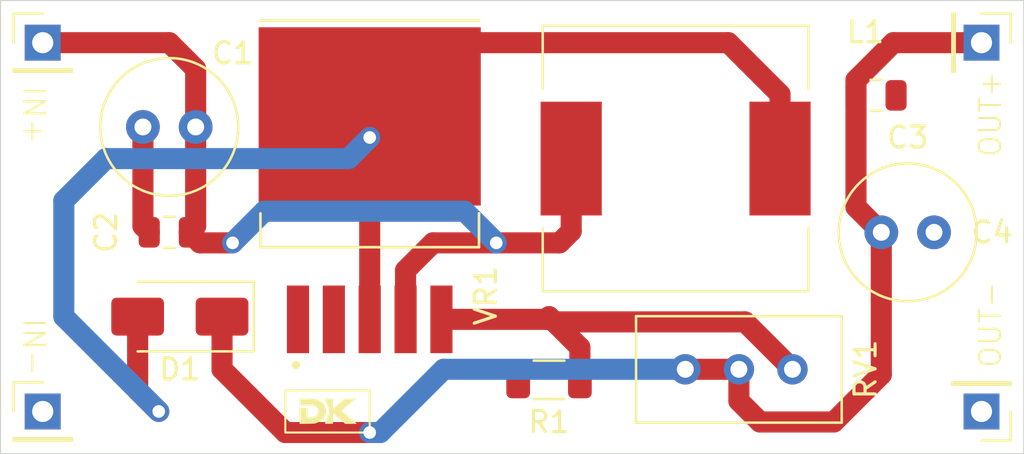
<source format=kicad_pcb>
(kicad_pcb (version 20241229) (generator "pcbnew") (generator_version "9.0")
  (layers (0 "F.Cu" signal) (2 "B.Cu" signal) (13 "F.Paste" user) (15 "B.Paste" user) (5 "F.SilkS" user "F.Silkscreen") (7 "B.SilkS" user "B.Silkscreen") (1 "F.Mask" user) (3 "B.Mask" user) (25 "Edge.Cuts" user))
  (net 0 "")
  (net 1 "Net-(J2-Pin_1)")
  (net 2 "GND")
  (net 3 "Net-(D1-K)")
  (net 4 "Net-(D1-A)")
  (net 5 "Net-(VR1-FB)")
  (footprint "Resistor_SMD:R_1206_3216Metric" (layer "F.Cu") (at 126.5 87.5 180)
    (property "Reference" "R1" (at 0 -2 0) (layer "F.SilkS"))
    (property "Value" "1k" (hide yes))
    (fp_line (start -0.727064 0.91) (end 0.727064 0.91) (stroke (width 0.12)) (layer "F.SilkS"))
    (fp_line (start -0.727064 -0.91) (end 0.727064 -0.91) (stroke (width 0.12)) (layer "F.SilkS"))
    (pad "1" smd roundrect (at -1.4625 0 180) (size 1.125 1.75) (layers "F.Cu" "F.Mask" "F.Paste") (roundrect_rratio 0.222222) (net 5 "Net-(VR1-FB)"))
    (pad "2" smd roundrect (at 1.4625 0 180) (size 1.125 1.75) (layers "F.Cu" "F.Mask" "F.Paste") (roundrect_rratio 0.222222) (net 2 "GND"))
  )
  (footprint "Inductor_SMD:L_12x12mm_H8mm" (layer "F.Cu") (at 132.5 77)
    (property "Reference" "L1" (at 9 -6 0) (layer "F.SilkS"))
    (property "Value" "33uH" (hide yes))
    (fp_line (start -6.3 -6.3) (end 6.3 -6.3) (stroke (width 0.12)) (layer "F.SilkS"))
    (fp_line (start -6.3 -3.3) (end -6.3 -6.3) (stroke (width 0.12)) (layer "F.SilkS"))
    (fp_line (start -6.3 6.3) (end -6.3 3.3) (stroke (width 0.12)) (layer "F.SilkS"))
    (fp_line (start 6.3 -6.3) (end 6.3 -3.3) (stroke (width 0.12)) (layer "F.SilkS"))
    (fp_line (start 6.3 3.3) (end 6.3 6.3) (stroke (width 0.12)) (layer "F.SilkS"))
    (fp_line (start 6.3 6.3) (end -6.3 6.3) (stroke (width 0.12)) (layer "F.SilkS"))
    (pad "1" smd rect (at -4.95 0) (size 2.9 5.4) (layers "F.Cu" "F.Mask" "F.Paste") (net 1 "Net-(J2-Pin_1)"))
    (pad "2" smd rect (at 4.95 0) (size 2.9 5.4) (layers "F.Cu" "F.Mask" "F.Paste") (net 4 "Net-(D1-A)"))
  )
  (footprint "LOGO" (layer "F.Cu") (at 116 89)
    (property "Reference" "G***" (hide yes))
    (property "Value" "LOGO" (hide yes))
    (fp_poly (pts (xy -1.026702 -0.608193) (xy -0.92638 -0.607846) (xy -0.842588 -0.606804) (xy -0.773573 -0.605006) (xy -0.717583 -0.602393) (xy -0.672867 -0.598903) (xy -0.64026 -0.59488) (xy -0.522346 -0.569497) (xy -0.416331 -0.531326) (xy -0.322751 -0.480716) (xy -0.242144 -0.418017) (xy -0.17505 -0.343579) (xy -0.122444 -0.258622) (xy -0.086898 -0.168538) (xy -0.068666 -0.07554) (xy -0.067409 0.018492) (xy -0.082787 0.111681) (xy -0.114461 0.202149) (xy -0.162089 0.288016) (xy -0.225333 0.367405) (xy -0.23809 0.380602) (xy -0.275143 0.416097) (xy -0.308837 0.443438) (xy -0.345573 0.467159) (xy -0.39175 0.491791) (xy -0.402915 0.497341) (xy -0.445175 0.517863) (xy -0.482592 0.53485) (xy -0.51747 0.54866) (xy -0.552114 0.559651) (xy -0.588832 0.568179) (xy -0.629927 0.574603) (xy -0.677706 0.579281) (xy -0.734474 0.58257) (xy -0.802537 0.584827) (xy -0.8842 0.586411) (xy -0.981769 0.587679) (xy -0.985542 0.587722) (xy -1.326252 0.591643) (xy -1.326252 0.215789) (xy -1.326252 -0.160065) (xy -1.138747 -0.160065) (xy -0.951243 -0.160065) (xy -0.951243 0.059452) (xy -0.951243 0.27897) (xy -0.857491 0.278917) (xy -0.810616 0.277993) (xy -0.763845 0.275563) (xy -0.724519 0.272065) (xy -0.710498 0.270144) (xy -0.63691 0.250667) (xy -0.570584 0.218519) (xy -0.514574 0.175681) (xy -0.471933 0.124136) (xy -0.463523 0.109758) (xy -0.450019 0.071053) (xy -0.443235 0.022114) (xy -0.443171 -0.030279) (xy -0.449828 -0.079347) (xy -0.463205 -0.118309) (xy -0.463523 -0.118906) (xy -0.491911 -0.159505) (xy -0.531358 -0.199954) (xy -0.575652 -0.234077) (xy -0.58538 -0.240091) (xy -0.607597 -0.252439) (xy -0.629531 -0.262483) (xy -0.653314 -0.27046) (xy -0.681076 -0.276604) (xy -0.714948 -0.281149) (xy -0.757059 -0.28433) (xy -0.809541 -0.286382) (xy -0.874525 -0.287539) (xy -0.954139 -0.288036) (xy -1.021502 -0.288117) (xy -1.326252 -0.288117) (xy -1.326252 -0.448182) (xy -1.326252 -0.608247)) (fill yes) (layer "F.SilkS"))
    (fp_poly (pts (xy 0.075459 -0.606149) (xy 0.260676 -0.603673) (xy 0.260676 -0.372719) (xy 0.260949 -0.310049) (xy 0.261714 -0.254028) (xy 0.262897 -0.207059) (xy 0.264423 -0.171545) (xy 0.266214 -0.149889) (xy 0.267881 -0.144169) (xy 0.277341 -0.150833) (xy 0.297377 -0.167012) (xy 0.32485 -0.190121) (xy 0.3502 -0.211969) (xy 0.377806 -0.235814) (xy 0.416606 -0.269058) (xy 0.463801 -0.309317) (xy 0.51659 -0.354208) (xy 0.572176 -0.401346) (xy 0.621197 -0.442805) (xy 0.817079 -0.608247) (xy 1.080811 -0.608247) (xy 1.148145 -0.607993) (xy 1.209134 -0.607277) (xy 1.261497 -0.606163) (xy 1.302953 -0.604718) (xy 1.331223 -0.603008) (xy 1.344026 -0.601098) (xy 1.344544 -0.600619) (xy 1.337722 -0.593414) (xy 1.31817 -0.575729) (xy 1.287261 -0.548735) (xy 1.246366 -0.513605) (xy 1.196859 -0.471512) (xy 1.14011 -0.423626) (xy 1.077493 -0.371121) (xy 1.010839 -0.315552) (xy 0.92124 -0.240706) (xy 0.846018 -0.177106) (xy 0.785179 -0.124757) (xy 0.738728 -0.083664) (xy 0.706669 -0.05383) (xy 0.689008 -0.03526) (xy 0.685409 -0.028203) (xy 0.693807 -0.020464) (xy 0.714759 -0.002024) (xy 0.746904 0.025944) (xy 0.788883 0.062265) (xy 0.839336 0.105765) (xy 0.896903 0.15527) (xy 0.960222 0.209605) (xy 1.027935 0.267597) (xy 1.041149 0.278901) (xy 1.109112 0.337236) (xy 1.172511 0.392052) (xy 1.230045 0.442195) (xy 1.280413 0.486512) (xy 1.322314 0.523851) (xy 1.354446 0.553057) (xy 1.37551 0.572979) (xy 1.384203 0.582463) (xy 1.384333 0.583024) (xy 1.374451 0.584771) (xy 1.348571 0.586356) (xy 1.308985 0.587722) (xy 1.25799 0.588811) (xy 1.197878 0.589566) (xy 1.130943 0.589929) (xy 1.108329 0.589953) (xy 0.836608 0.589953) (xy 0.635534 0.414915) (xy 0.579083 0.36573) (xy 0.522573 0.316417) (xy 0.468791 0.269411) (xy 0.42052 0.22715) (xy 0.380547 0.192068) (xy 0.352142 0.167033) (xy 0.269823 0.094189) (xy 0.26525 0.339784) (xy 0.260676 0.58538) (xy 0.075459 0.587856) (xy -0.109759 0.590332) (xy -0.109759 0.521151) (xy -0.109171 0.484767) (xy -0.106031 0.459862) (xy -0.098278 0.439625) (xy -0.083851 0.417248) (xy -0.074392 0.404343) (xy -0.030394 0.340082) (xy 0.0029 0.278781) (xy 0.029628 0.21271) (xy 0.032121 0.205478) (xy 0.05861 0.101657) (xy 0.068927 -0.004019) (xy 0.063484 -0.10905) (xy 0.042697 -0.210941) (xy 0.006977 -0.307194) (xy -0.043261 -0.395312) (xy -0.074162 -0.436103) (xy -0.092917 -0.459812) (xy -0.103576 -0.478874) (xy -0.108417 -0.500177) (xy -0.109718 -0.530614) (xy -0.109759 -0.543764) (xy -0.109759 -0.608625)) (fill yes) (layer "F.SilkS"))
  )
  (footprint "Connector_PinHeader_2.54mm:PinHeader_1x01_P2.54mm_Vertical" (layer "F.Cu") (at 147 71.5 -90)
    (property "Reference" "J3" (hide yes))
    (property "Value" "Conn_01x01_Pin" (hide yes))
    (fp_line (start -1.38 1.38) (end 1.38 1.38) (stroke (width 0.12)) (layer "F.SilkS"))
    (fp_line (start -1.38 1.27) (end -1.38 1.38) (stroke (width 0.12)) (layer "F.SilkS"))
    (fp_line (start -1.38 1.27) (end 1.38 1.27) (stroke (width 0.12)) (layer "F.SilkS"))
    (fp_line (start 1.38 1.27) (end 1.38 1.38) (stroke (width 0.12)) (layer "F.SilkS"))
    (fp_line (start -1.38 0) (end -1.38 -1.38) (stroke (width 0.12)) (layer "F.SilkS"))
    (fp_line (start -1.38 -1.38) (end 0 -1.38) (stroke (width 0.12)) (layer "F.SilkS"))
    (pad "1" thru_hole rect (at 0 0 270) (size 1.7 1.7) (drill 1) (layers "*.Cu" "*.Mask") (net 3 "Net-(D1-K)"))
  )
  (footprint "Diode_SMD:D_SMA" (layer "F.Cu") (at 109 84.5 180)
    (property "Reference" "D1" (at 0 -2.5 0) (layer "F.SilkS"))
    (property "Value" "SS32" (hide yes))
    (fp_line (start -3.51 1.65) (end 2 1.65) (stroke (width 0.12)) (layer "F.SilkS"))
    (fp_line (start -3.51 -1.65) (end 2 -1.65) (stroke (width 0.12)) (layer "F.SilkS"))
    (fp_line (start -3.51 -1.65) (end -3.51 1.65) (stroke (width 0.12)) (layer "F.SilkS"))
    (pad "1" smd roundrect (at -2 0 180) (size 2.5 1.8) (layers "F.Cu" "F.Mask" "F.Paste") (roundrect_rratio 0.1388888889) (net 3 "Net-(D1-K)"))
    (pad "2" smd roundrect (at 2 0 180) (size 2.5 1.8) (layers "F.Cu" "F.Mask" "F.Paste") (roundrect_rratio 0.1388888889) (net 4 "Net-(D1-A)"))
  )
  (footprint "XL6009:DPAK170P1435X465-6N" (layer "F.Cu") (at 118 78.5 90)
    (property "Reference" "VR1" (at -5 5.5 90) (layer "F.SilkS"))
    (property "Value" "XL6009")
    (fp_line (start 8.05 -5.18) (end 8.05 5.18) (stroke (width 0.127)) (layer "F.SilkS"))
    (fp_line (start -1.1 -5.18) (end -2.705 -5.18) (stroke (width 0.127)) (layer "F.SilkS"))
    (fp_line (start -2.705 -5.18) (end -2.705 5.18) (stroke (width 0.127)) (layer "F.SilkS"))
    (fp_line (start -1.1 5.18) (end -2.705 5.18) (stroke (width 0.127)) (layer "F.SilkS"))
    (fp_circle (center -8.3 -3.5) (end -8.2 -3.5) (stroke (width 0.2)) (fill no) (layer "F.SilkS"))
    (pad "1" smd rect (at -6.13 -3.4 90) (size 3.21 1.05) (layers "F.Cu" "F.Mask" "F.Paste") (net 2 "GND"))
    (pad "2" smd rect (at -6.13 -1.7 90) (size 3.21 1.05) (layers "F.Cu" "F.Mask" "F.Paste"))
    (pad "3" smd rect (at -6.13 0 90) (size 3.21 1.05) (layers "F.Cu" "F.Mask" "F.Paste") (net 4 "Net-(D1-A)"))
    (pad "4" smd rect (at -6.13 1.7 90) (size 3.21 1.05) (layers "F.Cu" "F.Mask" "F.Paste") (net 1 "Net-(J2-Pin_1)"))
    (pad "5" smd rect (at -6.13 3.4 90) (size 3.21 1.05) (layers "F.Cu" "F.Mask" "F.Paste") (net 5 "Net-(VR1-FB)"))
    (pad "6" smd rect (at 3.5 0 90) (size 8.46 10.53) (layers "F.Cu" "F.Mask") (net 4 "Net-(D1-A)"))
  )
  (footprint "Capacitor_SMD:C_0805_2012Metric" (layer "F.Cu") (at 142 74)
    (property "Reference" "C3" (at 1.5 2 0) (layer "F.SilkS"))
    (property "Value" "1uF" (hide yes))
    (fp_line (start -0.261252 -0.735) (end 0.261252 -0.735) (stroke (width 0.12)) (layer "F.SilkS"))
    (fp_line (start -0.261252 0.735) (end 0.261252 0.735) (stroke (width 0.12)) (layer "F.SilkS"))
    (pad "1" smd roundrect (at -0.95 0) (size 1 1.45) (layers "F.Cu" "F.Mask" "F.Paste") (net 3 "Net-(D1-K)"))
    (pad "2" smd roundrect (at 0.95 0) (size 1 1.45) (layers "F.Cu" "F.Mask" "F.Paste") (net 2 "GND"))
  )
  (footprint "Capacitor_THT:C_Radial_D6.3mm_H11.0mm_P2.50mm" (layer "F.Cu") (at 109.75 75.5 180)
    (property "Reference" "C1" (at -1.75 3.5 0) (layer "F.SilkS"))
    (property "Value" "47uF/50V" (hide yes))
    (fp_circle (center 1.25 0) (end 4.52 0) (stroke (width 0.12)) (fill no) (layer "F.SilkS"))
    (pad "1" thru_hole circle (at 0 0 180) (size 1.6 1.6) (drill 0.8) (layers "*.Cu" "*.Mask") (net 1 "Net-(J2-Pin_1)"))
    (pad "2" thru_hole circle (at 2.5 0 180) (size 1.6 1.6) (drill 0.8) (layers "*.Cu" "*.Mask") (net 2 "GND"))
  )
  (footprint "Capacitor_SMD:C_0805_2012Metric" (layer "F.Cu") (at 108.5 80.5 180)
    (property "Reference" "C2" (at 3 0 90) (layer "F.SilkS"))
    (property "Value" "1uF" (hide yes))
    (fp_line (start -0.261252 0.735) (end 0.261252 0.735) (stroke (width 0.12)) (layer "F.SilkS"))
    (fp_line (start -0.261252 -0.735) (end 0.261252 -0.735) (stroke (width 0.12)) (layer "F.SilkS"))
    (pad "1" smd roundrect (at -0.95 0 180) (size 1 1.45) (layers "F.Cu" "F.Mask" "F.Paste") (net 1 "Net-(J2-Pin_1)"))
    (pad "2" smd roundrect (at 0.95 0 180) (size 1 1.45) (layers "F.Cu" "F.Mask" "F.Paste") (net 2 "GND"))
  )
  (footprint "Connector_PinHeader_2.54mm:PinHeader_1x01_P2.54mm_Vertical" (layer "F.Cu") (at 102.5 89)
    (property "Reference" "J1" (hide yes))
    (property "Value" "Conn_01x01_Pin" (hide yes))
    (fp_line (start -1.38 -1.38) (end 0 -1.38) (stroke (width 0.12)) (layer "F.SilkS"))
    (fp_line (start -1.38 0) (end -1.38 -1.38) (stroke (width 0.12)) (layer "F.SilkS"))
    (fp_line (start -1.38 1.27) (end -1.38 1.38) (stroke (width 0.12)) (layer "F.SilkS"))
    (fp_line (start -1.38 1.27) (end 1.38 1.27) (stroke (width 0.12)) (layer "F.SilkS"))
    (fp_line (start -1.38 1.38) (end 1.38 1.38) (stroke (width 0.12)) (layer "F.SilkS"))
    (fp_line (start 1.38 1.27) (end 1.38 1.38) (stroke (width 0.12)) (layer "F.SilkS"))
    (pad "1" thru_hole rect (at 0 0) (size 1.7 1.7) (drill 1) (layers "*.Cu" "*.Mask") (net 2 "GND"))
  )
  (footprint "Potentiometer_THT:Potentiometer_Bourns_3296W_Vertical" (layer "F.Cu") (at 138.04 87)
    (property "Reference" "RV1" (at 3.46 0 270) (layer "F.SilkS"))
    (property "Value" "~" (hide yes))
    (fp_line (start -7.415 -2.52) (end -7.415 2.53) (stroke (width 0.12)) (layer "F.SilkS"))
    (fp_line (start -7.415 -2.52) (end 2.335 -2.52) (stroke (width 0.12)) (layer "F.SilkS"))
    (fp_line (start -7.415 2.53) (end 2.335 2.53) (stroke (width 0.12)) (layer "F.SilkS"))
    (fp_line (start 2.335 -2.52) (end 2.335 2.53) (stroke (width 0.12)) (layer "F.SilkS"))
    (pad "1" thru_hole circle (at 0 0) (size 1.44 1.44) (drill 0.8) (layers "*.Cu" "*.Mask") (net 5 "Net-(VR1-FB)"))
    (pad "2" thru_hole circle (at -2.54 0) (size 1.44 1.44) (drill 0.8) (layers "*.Cu" "*.Mask") (net 3 "Net-(D1-K)"))
    (pad "3" thru_hole circle (at -5.08 0) (size 1.44 1.44) (drill 0.8) (layers "*.Cu" "*.Mask") (net 3 "Net-(D1-K)"))
  )
  (footprint "Connector_PinHeader_2.54mm:PinHeader_1x01_P2.54mm_Vertical" (layer "F.Cu") (at 102.5 71.5)
    (property "Reference" "J2" (hide yes))
    (property "Value" "Conn_01x01_Pin" (hide yes))
    (fp_line (start -1.38 -1.38) (end 0 -1.38) (stroke (width 0.12)) (layer "F.SilkS"))
    (fp_line (start -1.38 0) (end -1.38 -1.38) (stroke (width 0.12)) (layer "F.SilkS"))
    (fp_line (start -1.38 1.27) (end -1.38 1.38) (stroke (width 0.12)) (layer "F.SilkS"))
    (fp_line (start -1.38 1.27) (end 1.38 1.27) (stroke (width 0.12)) (layer "F.SilkS"))
    (fp_line (start -1.38 1.38) (end 1.38 1.38) (stroke (width 0.12)) (layer "F.SilkS"))
    (fp_line (start 1.38 1.27) (end 1.38 1.38) (stroke (width 0.12)) (layer "F.SilkS"))
    (pad "1" thru_hole rect (at 0 0) (size 1.7 1.7) (drill 1) (layers "*.Cu" "*.Mask") (net 1 "Net-(J2-Pin_1)"))
  )
  (footprint "Capacitor_THT:C_Radial_D6.3mm_H11.0mm_P2.50mm" (layer "F.Cu") (at 142.25 80.5)
    (property "Reference" "C4" (at 5.25 0 0) (layer "F.SilkS"))
    (property "Value" "220uF/50V" (hide yes))
    (fp_circle (center 1.25 0) (end 4.52 0) (stroke (width 0.12)) (fill no) (layer "F.SilkS"))
    (pad "1" thru_hole circle (at 0 0) (size 1.6 1.6) (drill 0.8) (layers "*.Cu" "*.Mask") (net 3 "Net-(D1-K)"))
    (pad "2" thru_hole circle (at 2.5 0) (size 1.6 1.6) (drill 0.8) (layers "*.Cu" "*.Mask") (net 2 "GND"))
  )
  (footprint "Connector_PinHeader_2.54mm:PinHeader_1x01_P2.54mm_Vertical" (layer "F.Cu") (at 147 89 180)
    (property "Reference" "J4" (hide yes))
    (property "Value" "Conn_01x01_Pin" (hide yes))
    (fp_line (start 1.38 1.27) (end 1.38 1.38) (stroke (width 0.12)) (layer "F.SilkS"))
    (fp_line (start -1.38 1.38) (end 1.38 1.38) (stroke (width 0.12)) (layer "F.SilkS"))
    (fp_line (start -1.38 1.27) (end 1.38 1.27) (stroke (width 0.12)) (layer "F.SilkS"))
    (fp_line (start -1.38 1.27) (end -1.38 1.38) (stroke (width 0.12)) (layer "F.SilkS"))
    (fp_line (start -1.38 0) (end -1.38 -1.38) (stroke (width 0.12)) (layer "F.SilkS"))
    (fp_line (start -1.38 -1.38) (end 0 -1.38) (stroke (width 0.12)) (layer "F.SilkS"))
    (pad "1" thru_hole rect (at 0 0 180) (size 1.7 1.7) (drill 1) (layers "*.Cu" "*.Mask") (net 2 "GND"))
  )
  (gr_rect (start 114 88) (end 118 90) (stroke (width 0.1)) (fill no) (layer "F.SilkS"))
  (gr_rect (start 100.5 69.5) (end 149 91) (stroke (width 0.05)) (fill no) (layer "Edge.Cuts"))
  (gr_text "OUT-" (at 148 87 90) (layer "F.SilkS") (effects (font (size 1 1) (thickness 0.1)) (justify left bottom)))
  (gr_text "OUT+" (at 148 77 90) (layer "F.SilkS") (effects (font (size 1 1) (thickness 0.1)) (justify left bottom)))
  (gr_text "IN-" (at 101.5 84.5 270) (layer "F.SilkS") (effects (font (size 1 1) (thickness 0.1)) (justify left bottom)))
  (gr_text "IN+" (at 101.5 73.5 270) (layer "F.SilkS") (effects (font (size 1 1) (thickness 0.1)) (justify left bottom)))
  (segment (start 119.7 82.3) (end 119.7 84.63) (width 1) (layer "F.Cu") (net 1))
  (segment (start 124 81) (end 121 81) (width 1) (layer "F.Cu") (net 1))
  (segment (start 127.55 80.45) (end 127.55 77) (width 1) (layer "F.Cu") (net 1))
  (segment (start 109.75 75.5) (end 109.75 80.2) (width 1) (layer "F.Cu") (net 1))
  (segment (start 121 81) (end 119.7 82.3) (width 1) (layer "F.Cu") (net 1))
  (segment (start 109.95 81) (end 109.45 80.5) (width 1) (layer "F.Cu") (net 1))
  (segment (start 127 81) (end 127.55 80.45) (width 1) (layer "F.Cu") (net 1))
  (segment (start 109.75 72.75) (end 109.75 75.5) (width 1) (layer "F.Cu") (net 1))
  (segment (start 108.5 71.5) (end 109.75 72.75) (width 1) (layer "F.Cu") (net 1))
  (segment (start 124 81) (end 127 81) (width 1) (layer "F.Cu") (net 1))
  (segment (start 102.5 71.5) (end 108.5 71.5) (width 1) (layer "F.Cu") (net 1))
  (segment (start 109.75 80.2) (end 109.45 80.5) (width 1) (layer "F.Cu") (net 1))
  (segment (start 111.5 81) (end 109.95 81) (width 1) (layer "F.Cu") (net 1))
  (via (at 111.5 81) (size 0.9) (drill 0.6) (layers "F.Cu" "B.Cu") (net 1))
  (via (at 124 81) (size 0.9) (drill 0.6) (layers "F.Cu" "B.Cu") (net 1))
  (segment (start 124 81) (end 122.5 79.5) (width 1) (layer "B.Cu") (net 1))
  (segment (start 113 79.5) (end 111.5 81) (width 1) (layer "B.Cu") (net 1))
  (segment (start 122.5 79.5) (end 113 79.5) (width 1) (layer "B.Cu") (net 1))
  (segment (start 107.25 75.5) (end 107.25 80.2) (width 1) (layer "F.Cu") (net 2))
  (segment (start 107.25 80.2) (end 107.55 80.5) (width 1) (layer "F.Cu") (net 2))
  (segment (start 135.5 88.5) (end 136.5 89.5) (width 1) (layer "F.Cu") (net 3))
  (segment (start 141.05 73.275) (end 141.05 74) (width 1) (layer "F.Cu") (net 3))
  (segment (start 111 84.5) (end 111 87) (width 1) (layer "F.Cu") (net 3))
  (segment (start 142.825 71.5) (end 141.05 73.275) (width 1) (layer "F.Cu") (net 3))
  (segment (start 136.5 89.5) (end 140 89.5) (width 1) (layer "F.Cu") (net 3))
  (segment (start 141.05 74) (end 141.05 79.3) (width 1) (layer "F.Cu") (net 3))
  (segment (start 114 90) (end 118 90) (width 1) (layer "F.Cu") (net 3))
  (segment (start 132.96 87) (end 135.5 87) (width 1) (layer "F.Cu") (net 3))
  (segment (start 140 89.5) (end 142.25 87.25) (width 1) (layer "F.Cu") (net 3))
  (segment (start 135.5 87) (end 135.5 88.5) (width 1) (layer "F.Cu") (net 3))
  (segment (start 147 71.5) (end 142.825 71.5) (width 1) (layer "F.Cu") (net 3))
  (segment (start 141.05 79.3) (end 142.25 80.5) (width 1) (layer "F.Cu") (net 3))
  (segment (start 142.25 87.25) (end 142.25 80.5) (width 1) (layer "F.Cu") (net 3))
  (segment (start 111 87) (end 114 90) (width 1) (layer "F.Cu") (net 3))
  (via (at 118 90) (size 0.9) (drill 0.6) (layers "F.Cu" "B.Cu") (net 3))
  (segment (start 118 90) (end 118.5 90) (width 1) (layer "B.Cu") (net 3))
  (segment (start 118.5 90) (end 121.5 87) (width 1) (layer "B.Cu") (net 3))
  (segment (start 121.5 87) (end 132.96 87) (width 1) (layer "B.Cu") (net 3))
  (segment (start 121.5 71.5) (end 118 75) (width 1) (layer "F.Cu") (net 4))
  (segment (start 118 84.63) (end 118 76) (width 1) (layer "F.Cu") (net 4))
  (segment (start 107 84.5) (end 107 88) (width 1) (layer "F.Cu") (net 4))
  (segment (start 137.45 73.95) (end 135 71.5) (width 1) (layer "F.Cu") (net 4))
  (segment (start 118 76) (end 118 75) (width 1) (layer "F.Cu") (net 4))
  (segment (start 135 71.5) (end 121.5 71.5) (width 1) (layer "F.Cu") (net 4))
  (segment (start 107 88) (end 108 89) (width 1) (layer "F.Cu") (net 4))
  (segment (start 137.45 77) (end 137.45 73.95) (width 1) (layer "F.Cu") (net 4))
  (via (at 108 89) (size 0.9) (drill 0.6) (layers "F.Cu" "B.Cu") (net 4))
  (via (at 118 76) (size 0.9) (drill 0.6) (layers "F.Cu" "B.Cu") (net 4))
  (segment (start 105.5 77) (end 105.501 77.001) (width 1) (layer "B.Cu") (net 4))
  (segment (start 103.5 84.5) (end 103.5 79) (width 1) (layer "B.Cu") (net 4))
  (segment (start 116.999 77.001) (end 118 76) (width 1) (layer "B.Cu") (net 4))
  (segment (start 105.501 77.001) (end 116.999 77.001) (width 1) (layer "B.Cu") (net 4))
  (segment (start 108 89) (end 103.5 84.5) (width 1) (layer "B.Cu") (net 4))
  (segment (start 103.5 79) (end 105.5 77) (width 1) (layer "B.Cu") (net 4))
  (segment (start 138.04 87) (end 135.79 84.75) (width 1) (layer "F.Cu") (net 5))
  (segment (start 127.9625 85.9625) (end 127.9625 87.5) (width 1) (layer "F.Cu") (net 5))
  (segment (start 121.4 84.63) (end 126.37 84.63) (width 1) (layer "F.Cu") (net 5))
  (segment (start 126.5 84.5) (end 126.75 84.75) (width 1) (layer "F.Cu") (net 5))
  (segment (start 126.75 84.75) (end 127.9625 85.9625) (width 1) (layer "F.Cu") (net 5))
  (segment (start 126.37 84.63) (end 126.5 84.5) (width 1) (layer "F.Cu") (net 5))
  (segment (start 135.79 84.75) (end 126.75 84.75) (width 1) (layer "F.Cu") (net 5))
)
</source>
